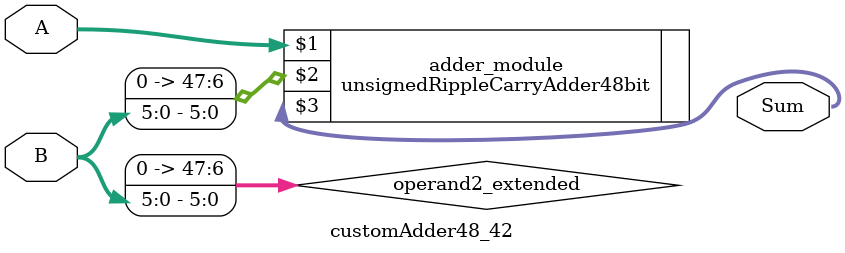
<source format=v>
module customAdder48_42(
                        input [47 : 0] A,
                        input [5 : 0] B,
                        
                        output [48 : 0] Sum
                );

        wire [47 : 0] operand2_extended;
        
        assign operand2_extended =  {42'b0, B};
        
        unsignedRippleCarryAdder48bit adder_module(
            A,
            operand2_extended,
            Sum
        );
        
        endmodule
        
</source>
